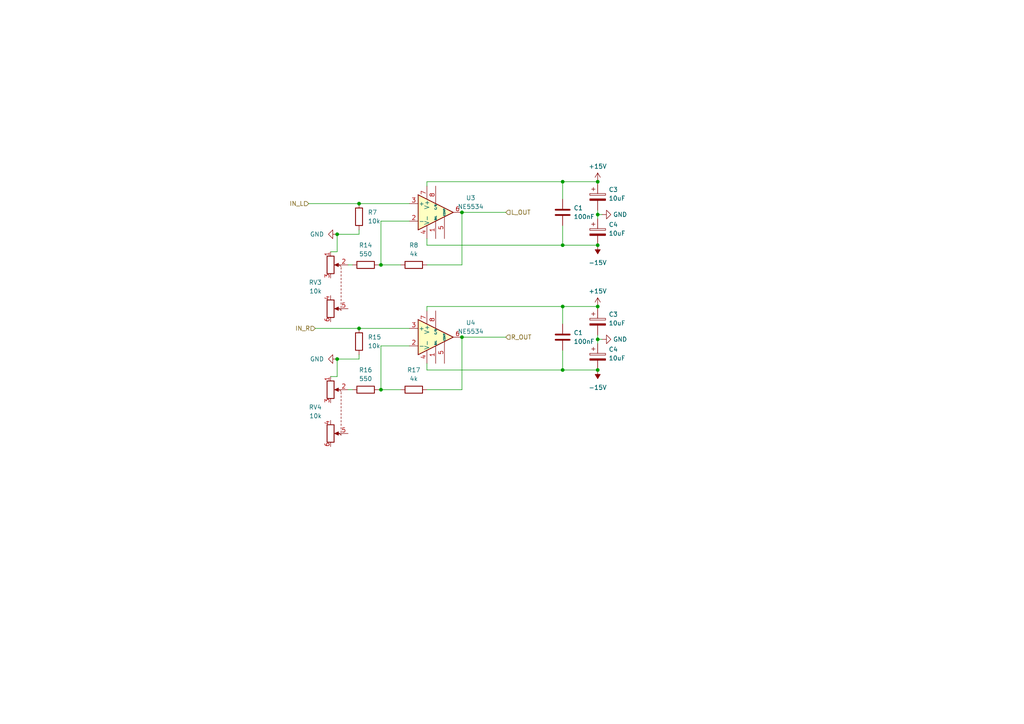
<source format=kicad_sch>
(kicad_sch (version 20230121) (generator eeschema)
  (paper "A4")
  (lib_symbols
    (symbol "Amplifier_Operational:NE5534" (pin_names (offset 0.127))
      (property "Reference" "U" (at 1.27 6.35 0))
      (property "Value" "NE5534" (at 1.27 3.81 0))
      (symbol "NE5534_0_1"
        (polyline (pts (xy -5.08 5.08) (xy 5.08 0) (xy -5.08 -5.08) (xy -5.08 5.08)) (stroke (width 0.254)) (fill (type background)))
      )
      (symbol "NE5534_1_1"
        (pin input line (at 0 -7.62 90) (length 5.08) (name "BAL") (number "1"))
        (pin input line (at -7.62 -2.54 0) (length 2.54) (name "-") (number "2"))
        (pin input line (at -7.62 2.54 0) (length 2.54) (name "+") (number "3"))
        (pin power_in line (at -2.54 -7.62 90) (length 3.81) (name "V-") (number "4"))
        (pin input line (at 2.54 -7.62 90) (length 6.35) (name "COMP") (number "5"))
        (pin output line (at 7.62 0 180) (length 2.54) (name "~") (number "6"))
        (pin power_in line (at -2.54 7.62 270) (length 3.81) (name "V+") (number "7"))
        (pin input line (at 0 7.62 270) (length 5.08) (name "C/B") (number "8"))
      )
    )
    (symbol "Device:C" (pin_numbers hide) (pin_names (offset 0.254))
      (property "Reference" "C" (at 0.635 2.54 0))
      (property "Value" "C" (at 0.635 -2.54 0))
      (symbol "C_0_1"
        (polyline (pts (xy -2.032 -0.762) (xy 2.032 -0.762)) (stroke (width 0.508)))
        (polyline (pts (xy -2.032 0.762) (xy 2.032 0.762)) (stroke (width 0.508)))
      )
      (symbol "C_1_1"
        (pin passive line (at 0 3.81 270) (length 2.794) (name "~") (number "1"))
        (pin passive line (at 0 -3.81 90) (length 2.794) (name "~") (number "2"))
      )
    )
    (symbol "Device:C_Polarized" (pin_numbers hide) (pin_names (offset 0.254))
      (property "Reference" "C" (at 0.635 2.54 0))
      (property "Value" "C_Polarized" (at 0.635 -2.54 0))
      (symbol "C_Polarized_0_1"
        (rectangle (start -2.286 0.508) (end 2.286 1.016))
        (polyline (pts (xy -1.778 2.286) (xy -0.762 2.286)))
        (polyline (pts (xy -1.27 2.794) (xy -1.27 1.778)))
        (rectangle (start 2.286 -0.508) (end -2.286 -1.016) (fill (type outline)))
      )
      (symbol "C_Polarized_1_1"
        (pin passive line (at 0 3.81 270) (length 2.794) (name "~") (number "1"))
        (pin passive line (at 0 -3.81 90) (length 2.794) (name "~") (number "2"))
      )
    )
    (symbol "Device:R" (pin_numbers hide) (pin_names (offset 0))
      (property "Reference" "R" (at 2.032 0 90))
      (property "Value" "R" (at 0 0 90))
      (symbol "R_0_1"
        (rectangle (start -1.016 -2.54) (end 1.016 2.54) (stroke (width 0.254)))
      )
      (symbol "R_1_1"
        (pin passive line (at 0 3.81 270) (length 1.27) (name "~") (number "1"))
        (pin passive line (at 0 -3.81 90) (length 1.27) (name "~") (number "2"))
      )
    )
    (symbol "Device:R_Potentiometer_Dual" (pin_names (offset 1.016) hide)
      (property "Reference" "RV" (at 0 3.81 0))
      (property "Value" "R_Potentiometer_Dual" (at 0 1.905 0))
      (symbol "R_Potentiometer_Dual_0_1"
        (rectangle (start -8.89 -1.524) (end -3.81 -3.556) (stroke (width 0.254)))
        (polyline (pts (xy -6.35 0) (xy -6.35 -1.016)))
        (polyline (pts (xy -6.35 0) (xy -6.35 -1.016)))
        (polyline (pts (xy -6.35 0) (xy -5.842 0.508)))
        (polyline (pts (xy -5.588 0.508) (xy -5.08 0.508)))
        (polyline (pts (xy -4.572 0.508) (xy -4.064 0.508)))
        (polyline (pts (xy -3.556 0.508) (xy -3.048 0.508)))
        (polyline (pts (xy -2.54 0.508) (xy -2.032 0.508)))
        (polyline (pts (xy -1.524 0.508) (xy -1.016 0.508)))
        (polyline (pts (xy -0.508 0.508) (xy 0 0.508)))
        (polyline (pts (xy 0.508 0.508) (xy 1.016 0.508)))
        (polyline (pts (xy 1.524 0.508) (xy 2.032 0.508)))
        (polyline (pts (xy 2.54 0.508) (xy 3.048 0.508)))
        (polyline (pts (xy 3.556 0.508) (xy 4.064 0.508)))
        (polyline (pts (xy 4.572 0.508) (xy 5.08 0.508)))
        (polyline (pts (xy 5.588 0.508) (xy 6.096 0.508)))
        (polyline (pts (xy 6.35 0) (xy 6.35 -1.016)))
        (polyline (pts (xy 6.35 0) (xy 6.35 -1.016)))
        (polyline (pts (xy 6.604 0.508) (xy 6.858 0.508) (xy 6.35 0)))
        (polyline (pts (xy -6.35 -1.397) (xy -6.858 -0.254) (xy -5.842 -0.254) (xy -6.35 -1.397)) (fill (type outline)))
        (polyline (pts (xy 6.35 -1.397) (xy 5.842 -0.254) (xy 6.858 -0.254) (xy 6.35 -1.397)) (fill (type outline)))
        (rectangle (start 3.81 -1.524) (end 8.89 -3.556) (stroke (width 0.254)))
      )
      (symbol "R_Potentiometer_Dual_1_1"
        (pin passive line (at -10.16 -2.54 0) (length 1.27) (name "1") (number "1"))
        (pin passive line (at -6.35 2.54 270) (length 2.54) (name "2") (number "2"))
        (pin passive line (at -2.54 -2.54 180) (length 1.27) (name "3") (number "3"))
        (pin passive line (at 2.54 -2.54 0) (length 1.27) (name "4") (number "4"))
        (pin passive line (at 6.35 2.54 270) (length 2.54) (name "5") (number "5"))
        (pin passive line (at 10.16 -2.54 180) (length 1.27) (name "6") (number "6"))
      )
    )
    (symbol "power:+15V" (power) (pin_names (offset 0))
      (property "Value" "+15V" (at 0 3.556 0))
      (symbol "+15V_0_1"
        (polyline (pts (xy -0.762 1.27) (xy 0 2.54)))
        (polyline (pts (xy 0 0) (xy 0 2.54)))
        (polyline (pts (xy 0 2.54) (xy 0.762 1.27)))
      )
      (symbol "+15V_1_1"
        (pin power_in line (at 0 0 90) (length 0) hide (name "+15V") (number "1"))
      )
    )
    (symbol "power:-15V" (power) (pin_names (offset 0))
      (property "Value" "-15V" (at 0 3.81 0))
      (symbol "-15V_0_0"
        (pin power_in line (at 0 0 90) (length 0) hide (name "-15V") (number "1"))
      )
      (symbol "-15V_0_1"
        (polyline (pts (xy 0 0) (xy 0 1.27) (xy 0.762 1.27) (xy 0 2.54) (xy -0.762 1.27) (xy 0 1.27)) (fill (type outline)))
      )
    )
    (symbol "power:GND" (power) (pin_names (offset 0))
      (property "Value" "GND" (at 0 -3.81 0))
      (symbol "GND_0_1"
        (polyline (pts (xy 0 0) (xy 0 -1.27) (xy 1.27 -1.27) (xy 0 -2.54) (xy -1.27 -1.27) (xy 0 -1.27)))
      )
      (symbol "GND_1_1"
        (pin power_in line (at 0 0 270) (length 0) hide (name "GND") (number "1"))
      )
    )
  )
  (junction (at 163.195 88.9))
  (junction (at 173.355 52.705))
  (junction (at 173.355 88.9))
  (junction (at 110.49 113.03))
  (junction (at 173.355 107.315))
  (junction (at 97.79 104.14))
  (junction (at 163.195 71.12))
  (junction (at 163.195 107.315))
  (junction (at 97.79 67.945))
  (junction (at 104.14 59.055))
  (junction (at 104.14 95.25))
  (junction (at 173.355 71.12))
  (junction (at 110.49 76.835))
  (junction (at 163.195 52.705))
  (junction (at 133.985 97.79))
  (junction (at 173.355 98.425))
  (junction (at 133.985 61.595))
  (junction (at 173.355 62.23))
  (wire (pts (xy 110.49 64.135) (xy 110.49 76.835)))
  (wire (pts (xy 104.14 59.055) (xy 118.745 59.055)))
  (wire (pts (xy 173.355 98.425) (xy 174.625 98.425)))
  (wire (pts (xy 163.195 65.405) (xy 163.195 71.12)))
  (wire (pts (xy 110.49 113.03) (xy 116.205 113.03)))
  (wire (pts (xy 163.195 88.9) (xy 163.195 93.98)))
  (wire (pts (xy 91.44 95.25) (xy 104.14 95.25)))
  (wire (pts (xy 163.195 101.6) (xy 163.195 107.315)))
  (wire (pts (xy 123.825 53.975) (xy 123.825 52.705)))
  (wire (pts (xy 173.355 60.96) (xy 173.355 62.23)))
  (wire (pts (xy 104.14 95.25) (xy 118.745 95.25)))
  (wire (pts (xy 123.825 52.705) (xy 163.195 52.705)))
  (wire (pts (xy 123.825 107.315) (xy 163.195 107.315)))
  (wire (pts (xy 110.49 100.33) (xy 110.49 113.03)))
  (wire (pts (xy 110.49 76.835) (xy 116.205 76.835)))
  (wire (pts (xy 95.885 109.22) (xy 97.79 109.22)))
  (wire (pts (xy 123.825 69.215) (xy 123.825 71.12)))
  (wire (pts (xy 97.79 73.025) (xy 97.79 67.945)))
  (wire (pts (xy 89.535 59.055) (xy 104.14 59.055)))
  (wire (pts (xy 173.355 89.535) (xy 173.355 88.9)))
  (wire (pts (xy 118.745 64.135) (xy 110.49 64.135)))
  (wire (pts (xy 133.985 113.03) (xy 133.985 97.79)))
  (wire (pts (xy 97.79 109.22) (xy 97.79 104.14)))
  (wire (pts (xy 133.985 76.835) (xy 133.985 61.595)))
  (wire (pts (xy 123.825 105.41) (xy 123.825 107.315)))
  (wire (pts (xy 173.355 97.155) (xy 173.355 98.425)))
  (wire (pts (xy 104.14 66.675) (xy 104.14 67.945)))
  (wire (pts (xy 104.14 102.87) (xy 104.14 104.14)))
  (wire (pts (xy 173.355 62.23) (xy 174.625 62.23)))
  (wire (pts (xy 123.825 90.17) (xy 123.825 88.9)))
  (wire (pts (xy 173.355 53.34) (xy 173.355 52.705)))
  (wire (pts (xy 173.355 88.9) (xy 163.195 88.9)))
  (wire (pts (xy 104.14 67.945) (xy 97.79 67.945)))
  (wire (pts (xy 173.355 62.23) (xy 173.355 63.5)))
  (wire (pts (xy 109.855 113.03) (xy 110.49 113.03)))
  (wire (pts (xy 100.965 113.03) (xy 102.235 113.03)))
  (wire (pts (xy 133.985 97.79) (xy 146.685 97.79)))
  (wire (pts (xy 123.825 71.12) (xy 163.195 71.12)))
  (wire (pts (xy 173.355 71.12) (xy 163.195 71.12)))
  (wire (pts (xy 95.885 73.025) (xy 97.79 73.025)))
  (wire (pts (xy 133.985 61.595) (xy 146.685 61.595)))
  (wire (pts (xy 104.14 104.14) (xy 97.79 104.14)))
  (wire (pts (xy 109.855 76.835) (xy 110.49 76.835)))
  (wire (pts (xy 173.355 52.705) (xy 163.195 52.705)))
  (wire (pts (xy 100.965 76.835) (xy 102.235 76.835)))
  (wire (pts (xy 123.825 88.9) (xy 163.195 88.9)))
  (wire (pts (xy 123.825 76.835) (xy 133.985 76.835)))
  (wire (pts (xy 163.195 52.705) (xy 163.195 57.785)))
  (wire (pts (xy 173.355 107.315) (xy 163.195 107.315)))
  (wire (pts (xy 173.355 98.425) (xy 173.355 99.695)))
  (wire (pts (xy 118.745 100.33) (xy 110.49 100.33)))
  (wire (pts (xy 123.825 113.03) (xy 133.985 113.03)))
  (hierarchical_label "IN_L" (shape input) (at 89.535 59.055 180))
  (hierarchical_label "L_OUT" (shape input) (at 146.685 61.595 0))
  (hierarchical_label "R_OUT" (shape input) (at 146.685 97.79 0))
  (hierarchical_label "IN_R" (shape input) (at 91.44 95.25 180))
  (symbol (lib_id "Device:R") (at 120.015 113.03 90) (unit 1)
    (property "Reference" "R17" (at 120.015 107.315 90))
    (property "Value" "4k" (at 120.015 109.855 90))
    (instances (project "Fader" (path "" (reference "R17") (unit 1)) (path "" (reference "R23") (unit 1))))
  )
  (symbol (lib_id "power:GND") (at 97.79 104.14 270) (unit 1)
    (property "Reference" "#PWR024" (effects hide))
    (property "Value" "GND" (at 93.98 104.14 90) (effects (justify right)))
    (instances (project "Fader" (path "" (reference "#PWR024") (unit 1)) (path "" (reference "#PWR029") (unit 1))))
  )
  (symbol (lib_id "power:+15V") (at 173.355 88.9 0) (unit 1)
    (property "Reference" "#PWR05" (effects hide))
    (property "Value" "+15V" (at 173.355 84.455 0))
    (instances (project "Fader" (path "" (reference "#PWR05") (unit 1)) (path "" (reference "#PWR025") (unit 1)) (path "" (reference "#PWR032") (unit 1))))
  )
  (symbol (lib_id "power:-15V") (at 173.355 71.12 180) (unit 1)
    (property "Reference" "#PWR04" (effects hide))
    (property "Value" "-15V" (at 173.355 76.2 0))
    (instances (project "Fader" (path "" (reference "#PWR04") (unit 1)) (path "" (reference "#PWR022") (unit 1)) (path "" (reference "#PWR031") (unit 1))))
  )
  (symbol (lib_id "Device:R_Potentiometer_Dual") (at 98.425 83.185 270) (unit 1)
    (property "Reference" "RV3" (at 93.345 81.915 90) (effects (justify right)))
    (property "Value" "10k" (at 93.345 84.455 90) (effects (justify right)))
    (instances (project "Fader" (path "" (reference "RV3") (unit 1)) (path "" (reference "RV5") (unit 1))))
  )
  (symbol (lib_id "Device:R_Potentiometer_Dual") (at 98.425 119.38 270) (unit 1)
    (property "Reference" "RV4" (at 93.345 118.11 90) (effects (justify right)))
    (property "Value" "10k" (at 93.345 120.65 90) (effects (justify right)))
    (instances (project "Fader" (path "" (reference "RV4") (unit 1)) (path "" (reference "RV6") (unit 1))))
  )
  (symbol (lib_id "power:-15V") (at 173.355 107.315 180) (unit 1)
    (property "Reference" "#PWR04" (effects hide))
    (property "Value" "-15V" (at 173.355 112.395 0))
    (instances (project "Fader" (path "" (reference "#PWR04") (unit 1)) (path "" (reference "#PWR026") (unit 1)) (path "" (reference "#PWR033") (unit 1))))
  )
  (symbol (lib_id "Device:C_Polarized") (at 173.355 103.505 0) (unit 1)
    (property "Reference" "C4" (at 176.53 101.346 0) (effects (justify left)))
    (property "Value" "10uF" (at 176.53 103.886 0) (effects (justify left)))
    (instances (project "Fader" (path "" (reference "C4") (unit 1)) (path "" (reference "C12") (unit 1)) (path "" (reference "C18") (unit 1))))
  )
  (symbol (lib_id "Device:R") (at 104.14 62.865 180) (unit 1)
    (property "Reference" "R7" (at 106.68 61.595 0) (effects (justify right)))
    (property "Value" "10k" (at 106.68 64.135 0) (effects (justify right)))
    (instances (project "Fader" (path "" (reference "R7") (unit 1)) (path "" (reference "R18") (unit 1))))
  )
  (symbol (lib_id "power:GND") (at 174.625 62.23 90) (unit 1)
    (property "Reference" "#PWR03" (effects hide))
    (property "Value" "GND" (at 177.8 62.23 90) (effects (justify right)))
    (instances (project "Fader" (path "" (reference "#PWR03") (unit 1)) (path "" (reference "#PWR023") (unit 1)) (path "" (reference "#PWR034") (unit 1))))
  )
  (symbol (lib_id "power:GND") (at 174.625 98.425 90) (unit 1)
    (property "Reference" "#PWR03" (effects hide))
    (property "Value" "GND" (at 177.8 98.425 90) (effects (justify right)))
    (instances (project "Fader" (path "" (reference "#PWR03") (unit 1)) (path "" (reference "#PWR027") (unit 1)) (path "" (reference "#PWR035") (unit 1))))
  )
  (symbol (lib_id "Device:C") (at 163.195 97.79 0) (unit 1)
    (property "Reference" "C1" (at 166.37 96.52 0) (effects (justify left)))
    (property "Value" "100nF" (at 166.37 99.06 0) (effects (justify left)))
    (instances (project "Fader" (path "" (reference "C1") (unit 1)) (path "" (reference "C10") (unit 1)) (path "" (reference "C14") (unit 1))))
  )
  (symbol (lib_id "Device:R") (at 104.14 99.06 180) (unit 1)
    (property "Reference" "R15" (at 106.68 97.79 0) (effects (justify right)))
    (property "Value" "10k" (at 106.68 100.33 0) (effects (justify right)))
    (instances (project "Fader" (path "" (reference "R15") (unit 1)) (path "" (reference "R19") (unit 1))))
  )
  (symbol (lib_id "power:+15V") (at 173.355 52.705 0) (unit 1)
    (property "Reference" "#PWR05" (effects hide))
    (property "Value" "+15V" (at 173.355 48.26 0))
    (instances (project "Fader" (path "" (reference "#PWR05") (unit 1)) (path "" (reference "#PWR021") (unit 1)) (path "" (reference "#PWR030") (unit 1))))
  )
  (symbol (lib_id "Device:C_Polarized") (at 173.355 67.31 0) (unit 1)
    (property "Reference" "C4" (at 176.53 65.151 0) (effects (justify left)))
    (property "Value" "10uF" (at 176.53 67.691 0) (effects (justify left)))
    (instances (project "Fader" (path "" (reference "C4") (unit 1)) (path "" (reference "C9") (unit 1)) (path "" (reference "C16") (unit 1))))
  )
  (symbol (lib_id "Amplifier_Operational:NE5534") (at 126.365 97.79 0) (unit 1)
    (property "Reference" "U4" (at 136.525 93.5991 0))
    (property "Value" "NE5534" (at 136.525 96.1391 0))
    (property "Datasheet" "http://www.ti.com/lit/ds/symlink/ne5534.pdf" (effects hide))
    (instances (project "Fader" (path "" (reference "U4") (unit 1)) (path "" (reference "U7") (unit 1))))
  )
  (symbol (lib_id "Device:C_Polarized") (at 173.355 57.15 0) (unit 1)
    (property "Reference" "C3" (at 176.53 54.991 0) (effects (justify left)))
    (property "Value" "10uF" (at 176.53 57.531 0) (effects (justify left)))
    (instances (project "Fader" (path "" (reference "C3") (unit 1)) (path "" (reference "C8") (unit 1)) (path "" (reference "C15") (unit 1))))
  )
  (symbol (lib_id "power:GND") (at 97.79 67.945 270) (unit 1)
    (property "Reference" "#PWR020" (effects hide))
    (property "Value" "GND" (at 93.98 67.945 90) (effects (justify right)))
    (instances (project "Fader" (path "" (reference "#PWR020") (unit 1)) (path "" (reference "#PWR028") (unit 1))))
  )
  (symbol (lib_id "Amplifier_Operational:NE5534") (at 126.365 61.595 0) (unit 1)
    (property "Reference" "U3" (at 136.525 57.4041 0))
    (property "Value" "NE5534" (at 136.525 59.9441 0))
    (property "Datasheet" "http://www.ti.com/lit/ds/symlink/ne5534.pdf" (effects hide))
    (instances (project "Fader" (path "" (reference "U3") (unit 1)) (path "" (reference "U6") (unit 1))))
  )
  (symbol (lib_id "Device:C") (at 163.195 61.595 0) (unit 1)
    (property "Reference" "C1" (at 166.37 60.325 0) (effects (justify left)))
    (property "Value" "100nF" (at 166.37 62.865 0) (effects (justify left)))
    (instances (project "Fader" (path "" (reference "C1") (unit 1)) (path "" (reference "C7") (unit 1)) (path "" (reference "C13") (unit 1))))
  )
  (symbol (lib_id "Device:R") (at 120.015 76.835 90) (unit 1)
    (property "Reference" "R8" (at 120.015 71.12 90))
    (property "Value" "4k" (at 120.015 73.66 90))
    (instances (project "Fader" (path "" (reference "R8") (unit 1)) (path "" (reference "R22") (unit 1))))
  )
  (symbol (lib_id "Device:R") (at 106.045 76.835 90) (unit 1)
    (property "Reference" "R14" (at 106.045 71.12 90))
    (property "Value" "550" (at 106.045 73.66 90))
    (instances (project "Fader" (path "" (reference "R14") (unit 1)) (path "" (reference "R20") (unit 1))))
  )
  (symbol (lib_id "Device:R") (at 106.045 113.03 90) (unit 1)
    (property "Reference" "R16" (at 106.045 107.315 90))
    (property "Value" "550" (at 106.045 109.855 90))
    (instances (project "Fader" (path "" (reference "R16") (unit 1)) (path "" (reference "R21") (unit 1))))
  )
  (symbol (lib_id "Device:C_Polarized") (at 173.355 93.345 0) (unit 1)
    (property "Reference" "C3" (at 176.53 91.186 0) (effects (justify left)))
    (property "Value" "10uF" (at 176.53 93.726 0) (effects (justify left)))
    (instances (project "Fader" (path "" (reference "C3") (unit 1)) (path "" (reference "C11") (unit 1)) (path "" (reference "C17") (unit 1))))
  )
)
</source>
